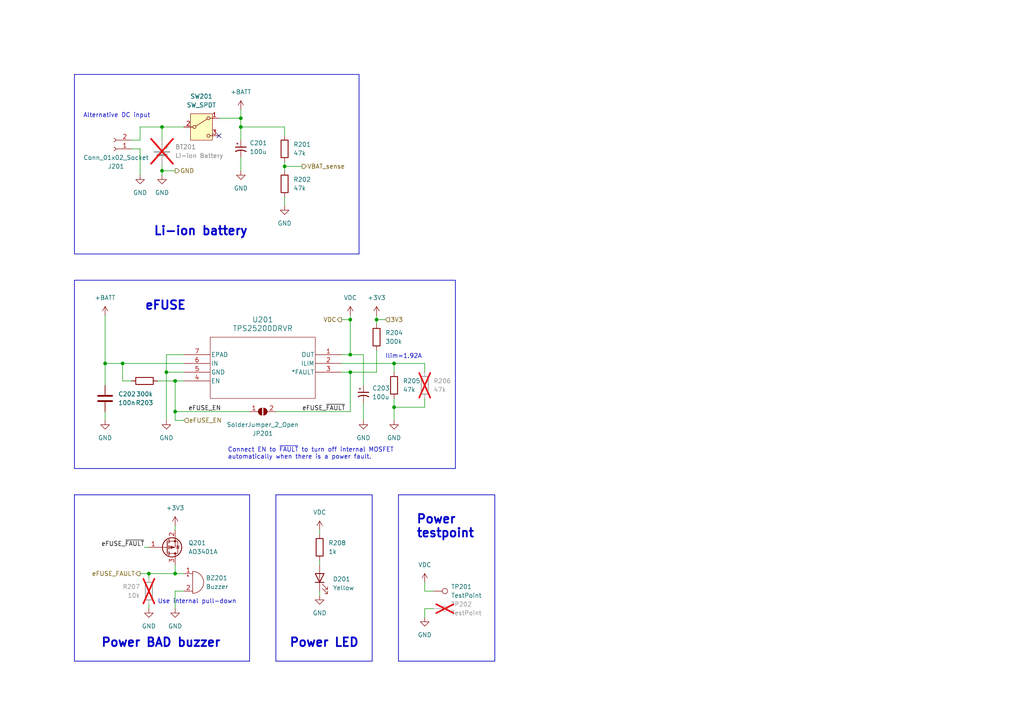
<source format=kicad_sch>
(kicad_sch (version 20230121) (generator eeschema)
  (paper "A4")
  (lib_symbols
    (symbol "Connector:Conn_01x02_Socket" (pin_names (offset 1.016) hide)
      (property "Reference" "J" (at 0 2.54 0))
      (property "Value" "Conn_01x02_Socket" (at 0 -5.08 0))
      (symbol "Conn_01x02_Socket_1_1"
        (arc (start 0 -2.032) (mid -0.5058 -2.54) (end 0 -3.048) (stroke (width 0.1524)))
        (polyline (pts (xy -1.27 -2.54) (xy -0.508 -2.54)) (stroke (width 0.1524)))
        (polyline (pts (xy -1.27 0) (xy -0.508 0)) (stroke (width 0.1524)))
        (arc (start 0 0.508) (mid -0.5058 0) (end 0 -0.508) (stroke (width 0.1524)))
        (pin passive line (at -5.08 0 0) (length 3.81) (name "Pin_1") (number "1"))
        (pin passive line (at -5.08 -2.54 0) (length 3.81) (name "Pin_2") (number "2"))
      )
    )
    (symbol "Connector:TestPoint" (pin_numbers hide) (pin_names (offset 0.762) hide)
      (property "Reference" "TP" (at 0 6.858 0))
      (property "Value" "TestPoint" (at 0 5.08 0))
      (symbol "TestPoint_0_1"
        (circle (center 0 3.302) (radius 0.762))
      )
      (symbol "TestPoint_1_1"
        (pin passive line (at 0 0 90) (length 2.54) (name "1") (number "1"))
      )
    )
    (symbol "Device:Battery_Cell" (pin_numbers hide) (pin_names (offset 0) hide)
      (property "Reference" "BT" (at 2.54 2.54 0))
      (property "Value" "Battery_Cell" (at 2.54 0 0))
      (symbol "Battery_Cell_0_1"
        (rectangle (start -2.286 1.778) (end 2.286 1.524) (fill (type outline)))
        (rectangle (start -1.524 1.016) (end 1.524 0.508) (fill (type outline)))
        (polyline (pts (xy 0 0.762) (xy 0 0)))
        (polyline (pts (xy 0 1.778) (xy 0 2.54)))
        (polyline (pts (xy 0.762 3.048) (xy 1.778 3.048)) (stroke (width 0.254)))
        (polyline (pts (xy 1.27 3.556) (xy 1.27 2.54)) (stroke (width 0.254)))
      )
      (symbol "Battery_Cell_1_1"
        (pin passive line (at 0 5.08 270) (length 2.54) (name "+") (number "1"))
        (pin passive line (at 0 -2.54 90) (length 2.54) (name "-") (number "2"))
      )
    )
    (symbol "Device:Buzzer" (pin_names (offset 0.0254) hide)
      (property "Reference" "BZ" (at 3.81 1.27 0))
      (property "Value" "Buzzer" (at 3.81 -1.27 0))
      (symbol "Buzzer_0_1"
        (arc (start 0 -3.175) (mid 3.1612 0) (end 0 3.175))
        (polyline (pts (xy -1.651 1.905) (xy -1.143 1.905)))
        (polyline (pts (xy -1.397 2.159) (xy -1.397 1.651)))
        (polyline (pts (xy 0 3.175) (xy 0 -3.175)))
      )
      (symbol "Buzzer_1_1"
        (pin passive line (at -2.54 2.54 0) (length 2.54) (name "+") (number "1"))
        (pin passive line (at -2.54 -2.54 0) (length 2.54) (name "-") (number "2"))
      )
    )
    (symbol "Device:C" (pin_numbers hide) (pin_names (offset 0.254))
      (property "Reference" "C" (at 0.635 2.54 0))
      (property "Value" "C" (at 0.635 -2.54 0))
      (symbol "C_0_1"
        (polyline (pts (xy -2.032 -0.762) (xy 2.032 -0.762)) (stroke (width 0.508)))
        (polyline (pts (xy -2.032 0.762) (xy 2.032 0.762)) (stroke (width 0.508)))
      )
      (symbol "C_1_1"
        (pin passive line (at 0 3.81 270) (length 2.794) (name "~") (number "1"))
        (pin passive line (at 0 -3.81 90) (length 2.794) (name "~") (number "2"))
      )
    )
    (symbol "Device:C_Polarized_Small_US" (pin_numbers hide) (pin_names (offset 0.254) hide)
      (property "Reference" "C" (at 0.254 1.778 0))
      (property "Value" "C_Polarized_Small_US" (at 0.254 -2.032 0))
      (symbol "C_Polarized_Small_US_0_1"
        (polyline (pts (xy -1.524 0.508) (xy 1.524 0.508)) (stroke (width 0.3048)))
        (polyline (pts (xy -1.27 1.524) (xy -0.762 1.524)))
        (polyline (pts (xy -1.016 1.27) (xy -1.016 1.778)))
        (arc (start 1.524 -0.762) (mid 0 -0.3734) (end -1.524 -0.762) (stroke (width 0.3048)))
      )
      (symbol "C_Polarized_Small_US_1_1"
        (pin passive line (at 0 2.54 270) (length 2.032) (name "~") (number "1"))
        (pin passive line (at 0 -2.54 90) (length 2.032) (name "~") (number "2"))
      )
    )
    (symbol "Device:LED" (pin_numbers hide) (pin_names (offset 1.016) hide)
      (property "Reference" "D" (at 0 2.54 0))
      (property "Value" "LED" (at 0 -2.54 0))
      (symbol "LED_0_1"
        (polyline (pts (xy -1.27 -1.27) (xy -1.27 1.27)) (stroke (width 0.254)))
        (polyline (pts (xy -1.27 0) (xy 1.27 0)))
        (polyline (pts (xy 1.27 -1.27) (xy 1.27 1.27) (xy -1.27 0) (xy 1.27 -1.27)) (stroke (width 0.254)))
        (polyline (pts (xy -3.048 -0.762) (xy -4.572 -2.286) (xy -3.81 -2.286) (xy -4.572 -2.286) (xy -4.572 -1.524)))
        (polyline (pts (xy -1.778 -0.762) (xy -3.302 -2.286) (xy -2.54 -2.286) (xy -3.302 -2.286) (xy -3.302 -1.524)))
      )
      (symbol "LED_1_1"
        (pin passive line (at -3.81 0 0) (length 2.54) (name "K") (number "1"))
        (pin passive line (at 3.81 0 180) (length 2.54) (name "A") (number "2"))
      )
    )
    (symbol "Device:R" (pin_numbers hide) (pin_names (offset 0))
      (property "Reference" "R" (at 2.032 0 90))
      (property "Value" "R" (at 0 0 90))
      (symbol "R_0_1"
        (rectangle (start -1.016 -2.54) (end 1.016 2.54) (stroke (width 0.254)))
      )
      (symbol "R_1_1"
        (pin passive line (at 0 3.81 270) (length 1.27) (name "~") (number "1"))
        (pin passive line (at 0 -3.81 90) (length 1.27) (name "~") (number "2"))
      )
    )
    (symbol "Jumper:SolderJumper_2_Open" (pin_names (offset 0) hide)
      (property "Reference" "JP" (at 0 2.032 0))
      (property "Value" "SolderJumper_2_Open" (at 0 -2.54 0))
      (symbol "SolderJumper_2_Open_0_1"
        (arc (start -0.254 1.016) (mid -1.2656 0) (end -0.254 -1.016))
        (arc (start -0.254 1.016) (mid -1.2656 0) (end -0.254 -1.016) (fill (type outline)))
        (polyline (pts (xy -0.254 1.016) (xy -0.254 -1.016)))
        (polyline (pts (xy 0.254 1.016) (xy 0.254 -1.016)))
        (arc (start 0.254 -1.016) (mid 1.2656 0) (end 0.254 1.016))
        (arc (start 0.254 -1.016) (mid 1.2656 0) (end 0.254 1.016) (fill (type outline)))
      )
      (symbol "SolderJumper_2_Open_1_1"
        (pin passive line (at -3.81 0 0) (length 2.54) (name "A") (number "1"))
        (pin passive line (at 3.81 0 180) (length 2.54) (name "B") (number "2"))
      )
    )
    (symbol "Switch:SW_SPDT" (pin_names (offset 0) hide)
      (property "Reference" "SW" (at 0 5.08 0))
      (property "Value" "SW_SPDT" (at 0 -5.08 0))
      (symbol "SW_SPDT_0_1"
        (circle (center -2.032 0) (radius 0.4572))
        (polyline (pts (xy -1.651 0.254) (xy 1.651 2.286)))
        (circle (center 2.032 -2.54) (radius 0.4572))
        (circle (center 2.032 2.54) (radius 0.4572))
      )
      (symbol "SW_SPDT_1_1"
        (rectangle (start -3.175 3.81) (end 3.175 -3.81) (fill (type background)))
        (pin passive line (at 5.08 2.54 180) (length 2.54) (name "A") (number "1"))
        (pin passive line (at -5.08 0 0) (length 2.54) (name "B") (number "2"))
        (pin passive line (at 5.08 -2.54 180) (length 2.54) (name "C") (number "3"))
      )
    )
    (symbol "TPS25200:TPS25200DRVR" (pin_names (offset 0.254))
      (property "Reference" "U" (at 22.86 10.16 0))
      (property "Value" "TPS25200DRVR" (at 22.86 7.62 0))
      (symbol "TPS25200DRVR_1_1"
        (polyline (pts (xy 7.62 -12.7) (xy 38.1 -12.7)) (stroke (width 0.127)))
        (polyline (pts (xy 7.62 5.08) (xy 7.62 -12.7)) (stroke (width 0.127)))
        (polyline (pts (xy 38.1 -12.7) (xy 38.1 5.08)) (stroke (width 0.127)))
        (polyline (pts (xy 38.1 5.08) (xy 7.62 5.08)) (stroke (width 0.127)))
        (pin output line (at 0 0 0) (length 7.62) (name "OUT") (number "1"))
        (pin output line (at 0 -2.54 0) (length 7.62) (name "ILIM") (number "2"))
        (pin output line (at 0 -5.08 0) (length 7.62) (name "*FAULT") (number "3"))
        (pin input line (at 45.72 -7.62 180) (length 7.62) (name "EN") (number "4"))
        (pin power_in line (at 45.72 -5.08 180) (length 7.62) (name "GND") (number "5"))
        (pin input line (at 45.72 -2.54 180) (length 7.62) (name "IN") (number "6"))
        (pin unspecified line (at 45.72 0 180) (length 7.62) (name "EPAD") (number "7"))
      )
    )
    (symbol "Transistor_FET:AO3401A" (pin_names hide)
      (property "Reference" "Q" (at 5.08 1.905 0))
      (property "Value" "AO3401A" (at 5.08 0 0))
      (symbol "AO3401A_0_1"
        (polyline (pts (xy 0.254 0) (xy -2.54 0)))
        (polyline (pts (xy 0.254 1.905) (xy 0.254 -1.905)) (stroke (width 0.254)))
        (polyline (pts (xy 0.762 -1.27) (xy 0.762 -2.286)) (stroke (width 0.254)))
        (polyline (pts (xy 0.762 0.508) (xy 0.762 -0.508)) (stroke (width 0.254)))
        (polyline (pts (xy 0.762 2.286) (xy 0.762 1.27)) (stroke (width 0.254)))
        (polyline (pts (xy 2.54 2.54) (xy 2.54 1.778)))
        (polyline (pts (xy 2.54 -2.54) (xy 2.54 0) (xy 0.762 0)))
        (polyline (pts (xy 0.762 1.778) (xy 3.302 1.778) (xy 3.302 -1.778) (xy 0.762 -1.778)))
        (polyline (pts (xy 2.286 0) (xy 1.27 0.381) (xy 1.27 -0.381) (xy 2.286 0)) (fill (type outline)))
        (polyline (pts (xy 2.794 -0.508) (xy 2.921 -0.381) (xy 3.683 -0.381) (xy 3.81 -0.254)))
        (polyline (pts (xy 3.302 -0.381) (xy 2.921 0.254) (xy 3.683 0.254) (xy 3.302 -0.381)))
        (circle (center 1.651 0) (radius 2.794) (stroke (width 0.254)))
        (circle (center 2.54 -1.778) (radius 0.254) (fill (type outline)))
        (circle (center 2.54 1.778) (radius 0.254) (fill (type outline)))
      )
      (symbol "AO3401A_1_1"
        (pin input line (at -5.08 0 0) (length 2.54) (name "G") (number "1"))
        (pin passive line (at 2.54 -5.08 90) (length 2.54) (name "S") (number "2"))
        (pin passive line (at 2.54 5.08 270) (length 2.54) (name "D") (number "3"))
      )
    )
    (symbol "power:+3V3" (power) (pin_names (offset 0))
      (property "Value" "+3V3" (at 0 3.556 0))
      (symbol "+3V3_0_1"
        (polyline (pts (xy -0.762 1.27) (xy 0 2.54)))
        (polyline (pts (xy 0 0) (xy 0 2.54)))
        (polyline (pts (xy 0 2.54) (xy 0.762 1.27)))
      )
      (symbol "+3V3_1_1"
        (pin power_in line (at 0 0 90) (length 0) hide (name "+3V3") (number "1"))
      )
    )
    (symbol "power:+BATT" (power) (pin_names (offset 0))
      (property "Value" "+BATT" (at 0 3.556 0))
      (symbol "+BATT_0_1"
        (polyline (pts (xy -0.762 1.27) (xy 0 2.54)))
        (polyline (pts (xy 0 0) (xy 0 2.54)))
        (polyline (pts (xy 0 2.54) (xy 0.762 1.27)))
      )
      (symbol "+BATT_1_1"
        (pin power_in line (at 0 0 90) (length 0) hide (name "+BATT") (number "1"))
      )
    )
    (symbol "power:GND" (power) (pin_names (offset 0))
      (property "Value" "GND" (at 0 -3.81 0))
      (symbol "GND_0_1"
        (polyline (pts (xy 0 0) (xy 0 -1.27) (xy 1.27 -1.27) (xy 0 -2.54) (xy -1.27 -1.27) (xy 0 -1.27)))
      )
      (symbol "GND_1_1"
        (pin power_in line (at 0 0 270) (length 0) hide (name "GND") (number "1"))
      )
    )
    (symbol "power:VDC" (power) (pin_names (offset 0))
      (property "Value" "VDC" (at 0 6.35 0))
      (symbol "VDC_0_1"
        (polyline (pts (xy -0.762 1.27) (xy 0 2.54)))
        (polyline (pts (xy 0 0) (xy 0 2.54)))
        (polyline (pts (xy 0 2.54) (xy 0.762 1.27)))
      )
      (symbol "VDC_1_1"
        (pin power_in line (at 0 0 90) (length 0) hide (name "VDC") (number "1"))
      )
    )
  )
  (junction (at 101.6 102.87))
  (junction (at 50.8 119.38))
  (junction (at 114.3 118.11))
  (junction (at 101.6 107.95))
  (junction (at 43.18 166.37))
  (junction (at 109.22 92.71))
  (junction (at 46.99 49.53))
  (junction (at 101.6 92.71))
  (junction (at 35.56 105.41))
  (junction (at 50.8 166.37))
  (junction (at 69.85 34.29))
  (junction (at 46.99 36.83))
  (junction (at 30.48 105.41))
  (junction (at 50.8 110.49))
  (junction (at 114.3 105.41))
  (junction (at 69.85 36.83))
  (junction (at 48.26 107.95))
  (junction (at 82.55 48.26))
  (no_connect (at 63.5 39.37))
  (wire (pts (xy 50.8 119.38) (xy 72.39 119.38)))
  (wire (pts (xy 46.99 36.83) (xy 46.99 40.64)))
  (wire (pts (xy 46.99 36.83) (xy 53.34 36.83)))
  (wire (pts (xy 80.01 119.38) (xy 101.6 119.38)))
  (wire (pts (xy 46.99 49.53) (xy 46.99 48.26)))
  (wire (pts (xy 123.19 179.07) (xy 123.19 176.53)))
  (wire (pts (xy 114.3 107.95) (xy 114.3 105.41)))
  (wire (pts (xy 30.48 105.41) (xy 30.48 111.76)))
  (wire (pts (xy 40.64 166.37) (xy 43.18 166.37)))
  (wire (pts (xy 53.34 102.87) (xy 48.26 102.87)))
  (wire (pts (xy 109.22 92.71) (xy 109.22 93.98)))
  (wire (pts (xy 123.19 105.41) (xy 114.3 105.41)))
  (wire (pts (xy 48.26 107.95) (xy 53.34 107.95)))
  (wire (pts (xy 99.06 92.71) (xy 101.6 92.71)))
  (wire (pts (xy 50.8 171.45) (xy 53.34 171.45)))
  (wire (pts (xy 46.99 49.53) (xy 50.8 49.53)))
  (wire (pts (xy 101.6 107.95) (xy 99.06 107.95)))
  (wire (pts (xy 35.56 105.41) (xy 53.34 105.41)))
  (wire (pts (xy 101.6 91.44) (xy 101.6 92.71)))
  (wire (pts (xy 53.34 121.92) (xy 50.8 121.92)))
  (wire (pts (xy 123.19 168.91) (xy 123.19 171.45)))
  (wire (pts (xy 101.6 92.71) (xy 101.6 102.87)))
  (wire (pts (xy 69.85 40.64) (xy 69.85 36.83)))
  (wire (pts (xy 82.55 49.53) (xy 82.55 48.26)))
  (wire (pts (xy 123.19 171.45) (xy 125.73 171.45)))
  (wire (pts (xy 40.64 36.83) (xy 46.99 36.83)))
  (wire (pts (xy 123.19 176.53) (xy 125.73 176.53)))
  (wire (pts (xy 50.8 166.37) (xy 53.34 166.37)))
  (wire (pts (xy 69.85 49.53) (xy 69.85 45.72)))
  (wire (pts (xy 30.48 121.92) (xy 30.48 119.38)))
  (wire (pts (xy 40.64 43.18) (xy 38.1 43.18)))
  (wire (pts (xy 105.41 121.92) (xy 105.41 116.84)))
  (wire (pts (xy 92.71 162.56) (xy 92.71 163.83)))
  (wire (pts (xy 99.06 105.41) (xy 114.3 105.41)))
  (wire (pts (xy 40.64 40.64) (xy 40.64 36.83)))
  (wire (pts (xy 45.72 110.49) (xy 50.8 110.49)))
  (wire (pts (xy 46.99 50.8) (xy 46.99 49.53)))
  (wire (pts (xy 30.48 91.44) (xy 30.48 105.41)))
  (wire (pts (xy 123.19 118.11) (xy 114.3 118.11)))
  (wire (pts (xy 92.71 153.67) (xy 92.71 154.94)))
  (wire (pts (xy 101.6 107.95) (xy 109.22 107.95)))
  (wire (pts (xy 30.48 105.41) (xy 35.56 105.41)))
  (wire (pts (xy 82.55 59.69) (xy 82.55 57.15)))
  (wire (pts (xy 69.85 34.29) (xy 63.5 34.29)))
  (wire (pts (xy 38.1 110.49) (xy 35.56 110.49)))
  (wire (pts (xy 123.19 115.57) (xy 123.19 118.11)))
  (wire (pts (xy 101.6 102.87) (xy 99.06 102.87)))
  (wire (pts (xy 50.8 152.4) (xy 50.8 153.67)))
  (wire (pts (xy 105.41 111.76) (xy 105.41 102.87)))
  (wire (pts (xy 92.71 171.45) (xy 92.71 172.72)))
  (wire (pts (xy 35.56 110.49) (xy 35.56 105.41)))
  (wire (pts (xy 43.18 167.64) (xy 43.18 166.37)))
  (wire (pts (xy 50.8 121.92) (xy 50.8 119.38)))
  (wire (pts (xy 109.22 91.44) (xy 109.22 92.71)))
  (wire (pts (xy 41.91 158.75) (xy 43.18 158.75)))
  (wire (pts (xy 38.1 40.64) (xy 40.64 40.64)))
  (wire (pts (xy 48.26 121.92) (xy 48.26 107.95)))
  (wire (pts (xy 40.64 50.8) (xy 40.64 43.18)))
  (wire (pts (xy 69.85 34.29) (xy 69.85 36.83)))
  (wire (pts (xy 50.8 110.49) (xy 53.34 110.49)))
  (wire (pts (xy 50.8 176.53) (xy 50.8 171.45)))
  (wire (pts (xy 43.18 175.26) (xy 43.18 176.53)))
  (wire (pts (xy 123.19 107.95) (xy 123.19 105.41)))
  (wire (pts (xy 50.8 110.49) (xy 50.8 119.38)))
  (wire (pts (xy 109.22 101.6) (xy 109.22 107.95)))
  (wire (pts (xy 114.3 118.11) (xy 114.3 115.57)))
  (wire (pts (xy 69.85 31.75) (xy 69.85 34.29)))
  (wire (pts (xy 101.6 119.38) (xy 101.6 107.95)))
  (wire (pts (xy 50.8 163.83) (xy 50.8 166.37)))
  (wire (pts (xy 48.26 102.87) (xy 48.26 107.95)))
  (wire (pts (xy 114.3 121.92) (xy 114.3 118.11)))
  (wire (pts (xy 105.41 102.87) (xy 101.6 102.87)))
  (wire (pts (xy 82.55 48.26) (xy 87.63 48.26)))
  (wire (pts (xy 43.18 166.37) (xy 50.8 166.37)))
  (wire (pts (xy 82.55 36.83) (xy 69.85 36.83)))
  (wire (pts (xy 82.55 48.26) (xy 82.55 46.99)))
  (wire (pts (xy 111.76 92.71) (xy 109.22 92.71)))
  (wire (pts (xy 82.55 39.37) (xy 82.55 36.83)))
  (rectangle (start 115.57 143.51) (end 143.51 191.77) (stroke (width 0.2)))
  (rectangle (start 21.59 81.28) (end 132.08 135.89) (stroke (width 0.2)))
  (rectangle (start 21.59 143.51) (end 72.39 191.77) (stroke (width 0.2)))
  (rectangle (start 80.01 143.51) (end 107.95 191.77) (stroke (width 0.2)))
  (rectangle (start 21.59 21.59) (end 104.14 73.66) (stroke (width 0.2)))
  (text "Connect EN to ~{FAULT} to turn off internal MOSFET \nautomatically when there is a power fault." (at 66.04 133.35 0) (effects (font (size 1.27 1.27)) (justify left bottom)))
  (text "Power LED" (at 83.82 187.96 0) (effects (font (size 2.5 2.5) (thickness 0.5) bold) (justify left bottom)))
  (text "eFUSE" (at 41.91 90.17 0) (effects (font (size 2.5 2.5) (thickness 0.5) bold) (justify left bottom)))
  (text "Li-ion battery" (at 44.45 68.58 0) (effects (font (size 2.5 2.5) (thickness 0.5) bold) (justify left bottom)))
  (text "Ilim=1.92A" (at 111.76 104.14 0) (effects (font (size 1.27 1.27)) (justify left bottom)))
  (text "Power BAD buzzer" (at 29.21 187.96 0) (effects (font (size 2.5 2.5) (thickness 0.5) bold) (justify left bottom)))
  (text "Use internal pull-down" (at 45.72 175.26 0) (effects (font (size 1.27 1.27)) (justify left bottom)))
  (text "Alternative DC input" (at 24.13 34.29 0) (effects (font (size 1.27 1.27)) (justify left bottom)))
  (text "Power\ntestpoint" (at 120.65 156.21 0) (effects (font (size 2.5 2.5) bold) (justify left bottom)))
  (label "eFUSE_~{FAULT}" (at 87.63 119.38 0))
  (label "eFUSE_~{FAULT}" (at 41.91 158.75 180))
  (label "eFUSE_EN" (at 54.61 119.38 0))
  (hierarchical_label "3V3" (shape input) (at 111.76 92.71 0))
  (hierarchical_label "GND" (shape output) (at 50.8 49.53 0))
  (hierarchical_label "eFUSE_EN" (shape input) (at 53.34 121.92 0))
  (hierarchical_label "VBAT_sense" (shape output) (at 87.63 48.26 0))
  (hierarchical_label "VDC" (shape output) (at 99.06 92.71 180))
  (hierarchical_label "eFUSE_FAULT" (shape output) (at 40.64 166.37 180))
  (symbol (lib_id "power:GND") (at 48.26 121.92 0) (unit 1)
    (property "Reference" "#PWR04" (effects hide))
    (property "Value" "GND" (at 48.26 127 0))
  )
  (symbol (lib_id "power:VDC") (at 123.19 168.91 0) (unit 1)
    (property "Reference" "#PWR073" (effects hide))
    (property "Value" "VDC" (at 123.19 163.83 0))
  )
  (symbol (lib_id "Device:R") (at 123.19 111.76 0) (unit 1) (in_bom no) (dnp yes)
    (property "Reference" "R206" (at 125.73 110.49 0) (effects (justify left)))
    (property "Value" "47k" (at 125.73 113.03 0) (effects (justify left)))
    (property "Footprint" "Resistor_THT:R_Axial_DIN0207_L6.3mm_D2.5mm_P7.62mm_Horizontal" (effects hide))
  )
  (symbol (lib_id "power:+3V3") (at 50.8 152.4 0) (unit 1)
    (property "Reference" "#PWR09" (effects hide))
    (property "Value" "+3V3" (at 50.8 147.32 0))
  )
  (symbol (lib_id "Device:Buzzer") (at 55.88 168.91 0) (unit 1) (in_bom no)
    (property "Reference" "BZ201" (at 59.69 167.64 0) (effects (justify left)))
    (property "Value" "Buzzer" (at 59.69 170.18 0) (effects (justify left)))
    (property "Footprint" "Capacitor_THT:CP_Radial_D10.0mm_P5.00mm" (effects hide))
  )
  (symbol (lib_id "Device:LED") (at 92.71 167.64 90) (unit 1)
    (property "Reference" "D201" (at 96.52 167.9575 90) (effects (justify right)))
    (property "Value" "Yellow" (at 96.52 170.4975 90) (effects (justify right)))
    (property "Footprint" "LED_SMD:LED_0805_2012Metric_Pad1.15x1.40mm_HandSolder" (effects hide))
    (property "LCSC" "C2296" (effects hide))
  )
  (symbol (lib_id "Connector:Conn_01x02_Socket") (at 33.02 43.18 180) (unit 1) (in_bom no)
    (property "Reference" "J201" (at 33.655 48.26 0))
    (property "Value" "Conn_01x02_Socket" (at 33.655 45.72 0))
    (property "Footprint" "TerminalBlock:TerminalBlock_bornier-2_P5.08mm" (effects hide))
  )
  (symbol (lib_id "power:GND") (at 46.99 50.8 0) (unit 1)
    (property "Reference" "#PWR01" (effects hide))
    (property "Value" "GND" (at 46.99 55.88 0))
  )
  (symbol (lib_id "power:GND") (at 123.19 179.07 0) (unit 1)
    (property "Reference" "#PWR074" (effects hide))
    (property "Value" "GND" (at 123.19 184.15 0))
  )
  (symbol (lib_id "power:+BATT") (at 30.48 91.44 0) (unit 1)
    (property "Reference" "#PWR02" (effects hide))
    (property "Value" "+BATT" (at 30.48 86.36 0))
  )
  (symbol (lib_id "Device:C") (at 30.48 115.57 0) (unit 1)
    (property "Reference" "C202" (at 34.29 114.3 0) (effects (justify left)))
    (property "Value" "100n" (at 34.29 116.84 0) (effects (justify left)))
    (property "Footprint" "Capacitor_SMD:C_0603_1608Metric_Pad1.08x0.95mm_HandSolder" (effects hide))
    (property "LCSC" "C14663" (effects hide))
  )
  (symbol (lib_id "power:GND") (at 69.85 49.53 0) (unit 1)
    (property "Reference" "#PWR032" (effects hide))
    (property "Value" "GND" (at 69.85 54.61 0))
  )
  (symbol (lib_id "power:VDC") (at 92.71 153.67 0) (unit 1)
    (property "Reference" "#PWR050" (effects hide))
    (property "Value" "VDC" (at 92.71 148.59 0))
  )
  (symbol (lib_id "Device:R") (at 109.22 97.79 0) (unit 1)
    (property "Reference" "R204" (at 111.76 96.52 0) (effects (justify left)))
    (property "Value" "300k" (at 111.76 99.06 0) (effects (justify left)))
    (property "Footprint" "Resistor_SMD:R_0603_1608Metric_Pad0.98x0.95mm_HandSolder" (effects hide))
    (property "LCSC" "C23024" (effects hide))
  )
  (symbol (lib_id "Device:R") (at 114.3 111.76 0) (unit 1)
    (property "Reference" "R205" (at 116.84 110.49 0) (effects (justify left)))
    (property "Value" "47k" (at 116.84 113.03 0) (effects (justify left)))
    (property "Footprint" "Resistor_SMD:R_0402_1005Metric_Pad0.72x0.64mm_HandSolder" (effects hide))
    (property "LCSC" "C25792" (effects hide))
  )
  (symbol (lib_id "power:GND") (at 105.41 121.92 0) (unit 1)
    (property "Reference" "#PWR06" (effects hide))
    (property "Value" "GND" (at 105.41 127 0))
  )
  (symbol (lib_id "power:+BATT") (at 69.85 31.75 0) (unit 1)
    (property "Reference" "#PWR033" (effects hide))
    (property "Value" "+BATT" (at 69.85 26.67 0))
  )
  (symbol (lib_id "power:GND") (at 92.71 172.72 0) (unit 1)
    (property "Reference" "#PWR049" (effects hide))
    (property "Value" "GND" (at 92.71 177.8 0))
  )
  (symbol (lib_id "power:VDC") (at 101.6 91.44 0) (unit 1)
    (property "Reference" "#PWR05" (effects hide))
    (property "Value" "VDC" (at 101.6 86.36 0))
  )
  (symbol (lib_id "power:GND") (at 40.64 50.8 0) (unit 1)
    (property "Reference" "#PWR072" (effects hide))
    (property "Value" "GND" (at 40.64 55.88 0))
  )
  (symbol (lib_id "Device:R") (at 82.55 43.18 0) (unit 1)
    (property "Reference" "R201" (at 85.09 41.91 0) (effects (justify left)))
    (property "Value" "47k" (at 85.09 44.45 0) (effects (justify left)))
    (property "Footprint" "Resistor_SMD:R_0402_1005Metric_Pad0.72x0.64mm_HandSolder" (effects hide))
    (property "LCSC" "C25792" (effects hide))
  )
  (symbol (lib_id "power:GND") (at 50.8 176.53 0) (unit 1)
    (property "Reference" "#PWR010" (effects hide))
    (property "Value" "GND" (at 50.8 181.61 0))
  )
  (symbol (lib_id "power:GND") (at 43.18 176.53 0) (unit 1)
    (property "Reference" "#PWR0201" (effects hide))
    (property "Value" "GND" (at 43.18 181.61 0))
  )
  (symbol (lib_id "Device:R") (at 43.18 171.45 0) (mirror y) (unit 1) (in_bom no) (on_board no) (dnp yes)
    (property "Reference" "R207" (at 40.64 170.18 0) (effects (justify left)))
    (property "Value" "10k" (at 40.64 172.72 0) (effects (justify left)))
    (property "Footprint" "Resistor_SMD:R_0402_1005Metric_Pad0.72x0.64mm_HandSolder" (effects hide))
    (property "LCSC" "C25744" (effects hide))
  )
  (symbol (lib_id "Device:C_Polarized_Small_US") (at 105.41 114.3 0) (unit 1) (in_bom no)
    (property "Reference" "C203" (at 107.95 112.5982 0) (effects (justify left)))
    (property "Value" "100u" (at 107.95 115.1382 0) (effects (justify left)))
    (property "Footprint" "Capacitor_THT:CP_Radial_D8.0mm_P2.50mm" (effects hide))
  )
  (symbol (lib_id "Connector:TestPoint") (at 125.73 171.45 270) (unit 1) (in_bom no)
    (property "Reference" "TP201" (at 130.81 170.18 90) (effects (justify left)))
    (property "Value" "TestPoint" (at 130.81 172.72 90) (effects (justify left)))
    (property "Footprint" "TestPoint:TestPoint_THTPad_D1.5mm_Drill0.7mm" (effects hide))
  )
  (symbol (lib_id "Device:R") (at 82.55 53.34 0) (unit 1)
    (property "Reference" "R202" (at 85.09 52.07 0) (effects (justify left)))
    (property "Value" "47k" (at 85.09 54.61 0) (effects (justify left)))
    (property "Footprint" "Resistor_SMD:R_0402_1005Metric_Pad0.72x0.64mm_HandSolder" (effects hide))
    (property "LCSC" "C25792" (effects hide))
  )
  (symbol (lib_id "Jumper:SolderJumper_2_Open") (at 76.2 119.38 0) (unit 1) (in_bom no)
    (property "Reference" "JP201" (at 76.2 125.73 0))
    (property "Value" "SolderJumper_2_Open" (at 76.2 123.19 0))
    (property "Footprint" "Jumper:SolderJumper-2_P1.3mm_Open_Pad1.0x1.5mm" (effects hide))
  )
  (symbol (lib_id "Device:R") (at 41.91 110.49 90) (unit 1)
    (property "Reference" "R203" (at 41.91 116.84 90))
    (property "Value" "300k" (at 41.91 114.3 90))
    (property "Footprint" "Resistor_SMD:R_0603_1608Metric_Pad0.98x0.95mm_HandSolder" (effects hide))
    (property "LCSC" "C23024" (effects hide))
  )
  (symbol (lib_id "Device:Battery_Cell") (at 46.99 45.72 0) (unit 1) (in_bom no) (on_board no) (dnp yes)
    (property "Reference" "BT201" (at 50.8 42.6085 0) (effects (justify left)))
    (property "Value" "Li-ion Battery" (at 50.8 45.1485 0) (effects (justify left)))
  )
  (symbol (lib_id "power:GND") (at 82.55 59.69 0) (unit 1)
    (property "Reference" "#PWR034" (effects hide))
    (property "Value" "GND" (at 82.55 64.77 0))
  )
  (symbol (lib_id "TPS25200:TPS25200DRVR") (at 99.06 102.87 0) (mirror y) (unit 1)
    (property "Reference" "U201" (at 76.2 92.71 0) (effects (font (size 1.524 1.524))))
    (property "Value" "TPS25200DRVR" (at 76.2 95.25 0) (effects (font (size 1.524 1.524))))
    (property "Footprint" "Package_SON:WSON-6-1EP_2x2mm_P0.65mm_EP1x1.6mm_ThermalVias" (effects hide))
    (property "Datasheet" "TPS25200DRVR" (effects hide))
    (property "LCSC" "C128401" (effects hide))
  )
  (symbol (lib_id "power:+3V3") (at 109.22 91.44 0) (unit 1)
    (property "Reference" "#PWR07" (effects hide))
    (property "Value" "+3V3" (at 109.22 86.36 0))
  )
  (symbol (lib_id "power:GND") (at 114.3 121.92 0) (unit 1)
    (property "Reference" "#PWR08" (effects hide))
    (property "Value" "GND" (at 114.3 127 0))
  )
  (symbol (lib_id "Device:C_Polarized_Small_US") (at 69.85 43.18 0) (unit 1) (in_bom no)
    (property "Reference" "C201" (at 72.39 41.4782 0) (effects (justify left)))
    (property "Value" "100u" (at 72.39 44.0182 0) (effects (justify left)))
    (property "Footprint" "Capacitor_THT:CP_Radial_D8.0mm_P2.50mm" (effects hide))
  )
  (symbol (lib_id "power:GND") (at 30.48 121.92 0) (unit 1)
    (property "Reference" "#PWR03" (effects hide))
    (property "Value" "GND" (at 30.48 127 0))
  )
  (symbol (lib_id "Connector:TestPoint") (at 125.73 176.53 270) (unit 1) (in_bom no) (on_board no) (dnp yes)
    (property "Reference" "TP202" (at 130.81 175.26 90) (effects (justify left)))
    (property "Value" "TestPoint" (at 130.81 177.8 90) (effects (justify left)))
    (property "Footprint" "TestPoint:TestPoint_THTPad_D1.5mm_Drill0.7mm" (effects hide))
  )
  (symbol (lib_id "Switch:SW_SPDT") (at 58.42 36.83 0) (unit 1) (in_bom no)
    (property "Reference" "SW201" (at 58.42 27.94 0))
    (property "Value" "SW_SPDT" (at 58.42 30.48 0))
    (property "Footprint" "Button_Switch_THT:SW_Lever_1P2T_NKK_GW12LxH" (effects hide))
  )
  (symbol (lib_id "Transistor_FET:AO3401A") (at 48.26 158.75 0) (mirror x) (unit 1)
    (property "Reference" "Q201" (at 54.61 157.48 0) (effects (justify left)))
    (property "Value" "AO3401A" (at 54.61 160.02 0) (effects (justify left)))
    (property "Footprint" "Package_TO_SOT_SMD:SOT-23" (effects hide))
    (property "Datasheet" "http://www.aosmd.com/pdfs/datasheet/AO3401A.pdf" (effects hide))
    (property "JLCPCB Rotation Offset" "180" (effects hide))
    (property "LCSC" "C15127" (effects hide))
  )
  (symbol (lib_id "Device:R") (at 92.71 158.75 0) (unit 1)
    (property "Reference" "R208" (at 95.25 157.48 0) (effects (justify left)))
    (property "Value" "1k" (at 95.25 160.02 0) (effects (justify left)))
    (property "Footprint" "Resistor_SMD:R_0603_1608Metric_Pad0.98x0.95mm_HandSolder" (effects hide))
    (property "LCSC" "C21190" (effects hide))
  )
)
</source>
